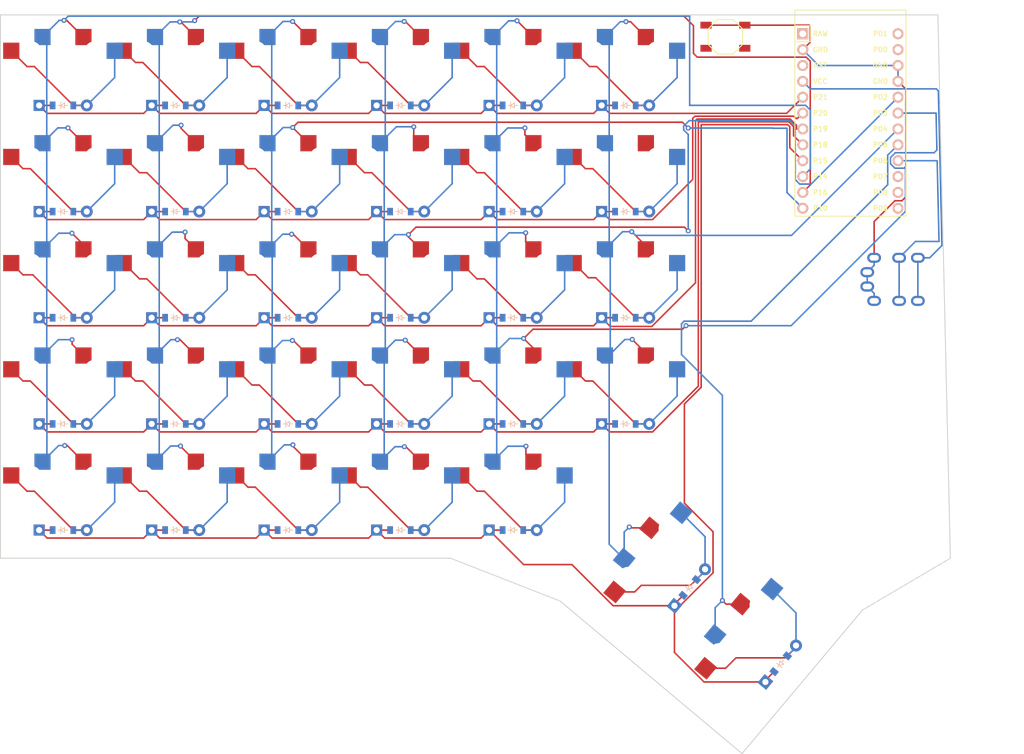
<source format=kicad_pcb>
(kicad_pcb (version 20221018) (generator pcbnew)
  (title_block (title "split_keyboard_I") (rev "v1.0.0") (company "Unknown"))
  (layers (0 "F.Cu" signal) (31 "B.Cu" signal) (34 "B.Paste" user) (35 "F.Paste" user) (36 "B.SilkS" user "B.Silkscreen") (37 "F.SilkS" user "F.Silkscreen") (38 "B.Mask" user) (39 "F.Mask" user) (44 "Edge.Cuts" user))
  (net 0 "")
  (net 1 "P14")
  (net 2 "outer_bottom")
  (net 3 "outer_row3")
  (net 4 "outer_row2")
  (net 5 "outer_row1")
  (net 6 "outer_number")
  (net 7 "P16")
  (net 8 "pinky_bottom")
  (net 9 "pinky_row3")
  (net 10 "pinky_row2")
  (net 11 "pinky_row1")
  (net 12 "pinky_number")
  (net 13 "P10")
  (net 14 "ring_bottom")
  (net 15 "ring_row3")
  (net 16 "ring_row2")
  (net 17 "ring_row1")
  (net 18 "ring_number")
  (net 19 "P2")
  (net 20 "middle_bottom")
  (net 21 "middle_row3")
  (net 22 "middle_row2")
  (net 23 "middle_row1")
  (net 24 "middle_number")
  (net 25 "P3")
  (net 26 "index_bottom")
  (net 27 "index_row3")
  (net 28 "index_row2")
  (net 29 "index_row1")
  (net 30 "index_number")
  (net 31 "P4")
  (net 32 "inner_row3")
  (net 33 "inner_row2")
  (net 34 "inner_row1")
  (net 35 "inner_number")
  (net 36 "space_cluster")
  (net 37 "P5")
  (net 38 "layer_cluster")
  (net 39 "P15")
  (net 40 "P18")
  (net 41 "P19")
  (net 42 "P20")
  (net 43 "P21")
  (net 44 "RAW")
  (net 45 "GND")
  (net 46 "RST")
  (net 47 "VCC")
  (net 48 "P1")
  (net 49 "P0")
  (net 50 "P6")
  (net 51 "P7")
  (net 52 "P8")
  (net 53 "P9")
  (footprint "E73:SW_TACT_ALPS_SKQGABE010" (layer "F.Cu") (at 256 76)
    (fp_text reference "B1" hide)
    (fp_text value "" hide)
  )
  (footprint "PG1350" (layer "F.Cu") (at 186 133)
    (fp_text reference "S12" hide)
    (fp_text value "" hide)
  )
  (footprint "PG1350" (layer "F.Cu") (at 240 116)
    (fp_text reference "S27" hide)
    (fp_text value "" hide)
  )
  (footprint "PG1350" (layer "F.Cu") (at 186 82)
    (fp_text reference "S15" hide)
    (fp_text value "" hide)
  )
  (footprint "ComboDiode" (layer "F.Cu") (at 240 121)
    (fp_text reference "D27" hide)
    (fp_text value "" hide)
  )
  (footprint "ComboDiode" (layer "F.Cu") (at 150 138)
    (fp_text reference "D2" hide)
    (fp_text value "" hide)
  )
  (footprint "ComboDiode" (layer "F.Cu") (at 222 121)
    (fp_text reference "D23" hide)
    (fp_text value "" hide)
  )
  (footprint "ComboDiode" (layer "F.Cu") (at 240 104)
    (fp_text reference "D28" hide)
    (fp_text value "" hide)
  )
  (footprint "ComboDiode" (layer "F.Cu") (at 168 87)
    (fp_text reference "D10" hide)
    (fp_text value "" hide)
  )
  (footprint "PG1350" (layer "F.Cu") (at 204 116)
    (fp_text reference "S18" hide)
    (fp_text value "" hide)
  )
  (footprint "ComboDiode" (layer "F.Cu") (at 204 87)
    (fp_text reference "D20" hide)
    (fp_text value "" hide)
  )
  (footprint "PG1350" (layer "F.Cu") (at 168 150)
    (fp_text reference "S6" hide)
    (fp_text value "" hide)
  )
  (footprint "PG1350" (layer "F.Cu") (at 246.465173 160.97447 50)
    (fp_text reference "S30" hide)
    (fp_text value "" hide)
  )
  (footprint "PG1350" (layer "F.Cu") (at 261.020018 173.187435 50)
    (fp_text reference "S31" hide)
    (fp_text value "" hide)
  )
  (footprint "ComboDiode" (layer "F.Cu") (at 186 87)
    (fp_text reference "D15" hide)
    (fp_text value "" hide)
  )
  (footprint "ComboDiode" (layer "F.Cu") (at 222 104)
    (fp_text reference "D24" hide)
    (fp_text value "" hide)
  )
  (footprint "PG1350" (layer "F.Cu") (at 204 150)
    (fp_text reference "S16" hide)
    (fp_text value "" hide)
  )
  (footprint "ComboDiode" (layer "F.Cu") (at 168 155)
    (fp_text reference "D6" hide)
    (fp_text value "" hide)
  )
  (footprint "PG1350" (layer "F.Cu") (at 168 116)
    (fp_text reference "S8" hide)
    (fp_text value "" hide)
  )
  (footprint "TRRS-PJ-320A-dual" (layer "F.Cu") (at 290 116 -90)
    (fp_text reference "TRRS1")
    (fp_text value "TRRS-PJ-320A-dual")
  )
  (footprint "PG1350" (layer "F.Cu") (at 150 82)
    (fp_text reference "S5" hide)
    (fp_text value "" hide)
  )
  (footprint "PG1350" (layer "F.Cu") (at 204 82)
    (fp_text reference "S20" hide)
    (fp_text value "" hide)
  )
  (footprint "PG1350" (layer "F.Cu") (at 222 82)
    (fp_text reference "S25" hide)
    (fp_text value "" hide)
  )
  (footprint "PG1350" (layer "F.Cu") (at 186 99)
    (fp_text reference "S14" hide)
    (fp_text value "" hide)
  )
  (footprint "PG1350" (layer "F.Cu") (at 222 150)
    (fp_text reference "S21" hide)
    (fp_text value "" hide)
  )
  (footprint "PG1350" (layer "F.Cu") (at 240 82)
    (fp_text reference "S29" hide)
    (fp_text value "" hide)
  )
  (footprint "ComboDiode" (layer "F.Cu") (at 168 138)
    (fp_text reference "D7" hide)
    (fp_text value "" hide)
  )
  (footprint "PG1350" (layer "F.Cu") (at 168 133)
    (fp_text reference "S7" hide)
    (fp_text value "" hide)
  )
  (footprint "ComboDiode" (layer "F.Cu") (at 186 155)
    (fp_text reference "D11" hide)
    (fp_text value "" hide)
  )
  (footprint "ComboDiode" (layer "F.Cu") (at 150 155)
    (fp_text reference "D1" hide)
    (fp_text value "" hide)
  )
  (footprint "PG1350" (layer "F.Cu") (at 150 99)
    (fp_text reference "S4" hide)
    (fp_text value "" hide)
  )
  (footprint "ComboDiode" (layer "F.Cu") (at 222 87)
    (fp_text reference "D25" hide)
    (fp_text value "" hide)
  )
  (footprint "ComboDiode" (layer "F.Cu") (at 250.295395 164.188408 50)
    (fp_text reference "D30" hide)
    (fp_text value "" hide)
  )
  (footprint "PG1350" (layer "F.Cu") (at 240 133)
    (fp_text reference "S26" hide)
    (fp_text value "" hide)
  )
  (footprint "ComboDiode" (layer "F.Cu") (at 168 121)
    (fp_text reference "D8" hide)
    (fp_text value "" hide)
  )
  (footprint "PG1350" (layer "F.Cu") (at 150 116)
    (fp_text reference "S3" hide)
    (fp_text value "" hide)
  )
  (footprint "PG1350" (layer "F.Cu") (at 150 133)
    (fp_text reference "S2" hide)
    (fp_text value "" hide)
  )
  (footprint "PG1350" (layer "F.Cu") (at 222 116)
    (fp_text reference "S23" hide)
    (fp_text value "" hide)
  )
  (footprint "ComboDiode" (layer "F.Cu") (at 150 121)
    (fp_text reference "D3" hide)
    (fp_text value "" hide)
  )
  (footprint "ComboDiode" (layer "F.Cu") (at 264.85024 176.401373 50)
    (fp_text reference "D31" hide)
    (fp_text value "" hide)
  )
  (footprint "ComboDiode" (layer "F.Cu") (at 204 155)
    (fp_text reference "D16" hide)
    (fp_text value "" hide)
  )
  (footprint "ComboDiode" (layer "F.Cu") (at 186 104)
    (fp_text reference "D14" hide)
    (fp_text value "" hide)
  )
  (footprint "PG1350" (layer "F.Cu") (at 150 150)
    (fp_text reference "S1" hide)
    (fp_text value "" hide)
  )
  (footprint "PG1350" (layer "F.Cu") (at 186 116)
    (fp_text reference "S13" hide)
    (fp_text value "" hide)
  )
  (footprint "PG1350" (layer "F.Cu") (at 186 150)
    (fp_text reference "S11" hide)
    (fp_text value "" hide)
  )
  (footprint "PG1350" (layer "F.Cu") (at 168 99)
    (fp_text reference "S9" hide)
    (fp_text value "" hide)
  )
  (footprint "ComboDiode" (layer "F.Cu") (at 240 87)
    (fp_text reference "D29" hide)
    (fp_text value "" hide)
  )
  (footprint "ComboDiode" (layer "F.Cu") (at 150 104)
    (fp_text reference "D4" hide)
    (fp_text value "" hide)
  )
  (footprint "ComboDiode" (layer "F.Cu") (at 150 87)
    (fp_text reference "D5" hide)
    (fp_text value "" hide)
  )
  (footprint "ProMicro" (layer "F.Cu") (at 276 89.5 -90)
    (fp_text reference "MCU1" hide)
    (fp_text value "" hide)
  )
  (footprint "PG1350" (layer "F.Cu") (at 168 82)
    (fp_text reference "S10" hide)
    (fp_text value "" hide)
  )
  (footprint "PG1350" (layer "F.Cu") (at 204 99)
    (fp_text reference "S19" hide)
    (fp_text value "" hide)
  )
  (footprint "PG1350" (layer "F.Cu") (at 222 133)
    (fp_text reference "S22" hide)
    (fp_text value "" hide)
  )
  (footprint "ComboDiode" (layer "F.Cu") (at 168 104)
    (fp_text reference "D9" hide)
    (fp_text value "" hide)
  )
  (footprint "PG1350" (layer "F.Cu") (at 204 133)
    (fp_text reference "S17" hide)
    (fp_text value "" hide)
  )
  (footprint "ComboDiode" (layer "F.Cu") (at 204 104)
    (fp_text reference "D19" hide)
    (fp_text value "" hide)
  )
  (footprint "ComboDiode" (layer "F.Cu") (at 204 138)
    (fp_text reference "D17" hide)
    (fp_text value "" hide)
  )
  (footprint "ComboDiode" (layer "F.Cu") (at 222 155)
    (fp_text reference "D21" hide)
    (fp_text value "" hide)
  )
  (footprint "PG1350" (layer "F.Cu") (at 240 99)
    (fp_text reference "S28" hide)
    (fp_text value "" hide)
  )
  (footprint "ComboDiode" (layer "F.Cu") (at 222 138)
    (fp_text reference "D22" hide)
    (fp_text value "" hide)
  )
  (footprint "PG1350" (layer "F.Cu") (at 222 99)
    (fp_text reference "S24" hide)
    (fp_text value "" hide)
  )
  (footprint "ComboDiode" (layer "F.Cu") (at 186 121)
    (fp_text reference "D13" hide)
    (fp_text value "" hide)
  )
  (footprint "ComboDiode" (layer "F.Cu") (at 240 138)
    (fp_text reference "D26" hide)
    (fp_text value "" hide)
  )
  (footprint "ComboDiode" (layer "F.Cu") (at 186 138)
    (fp_text reference "D12" hide)
    (fp_text value "" hide)
  )
  (footprint "ComboDiode" (layer "F.Cu") (at 204 121)
    (fp_text reference "D18" hide)
    (fp_text value "" hide)
  )
  (gr_line (start 212 159.5) (end 229.545937 166.358654) (stroke (width 0.15)) (layer "Edge.Cuts"))
  (gr_line (start 258.655626 190.784584) (end 277.939254 167.80325) (stroke (width 0.15)) (layer "Edge.Cuts"))
  (gr_line (start 290 72.5) (end 140 72.5) (stroke (width 0.15)) (layer "Edge.Cuts"))
  (gr_line (start 140 159.5) (end 212 159.5) (stroke (width 0.15)) (layer "Edge.Cuts"))
  (gr_line (start 292 159.5) (end 290 72.5) (stroke (width 0.15)) (layer "Edge.Cuts"))
  (gr_line (start 140 72.5) (end 140 159.5) (stroke (width 0.15)) (layer "Edge.Cuts"))
  (gr_line (start 229.545937 166.358654) (end 258.655626 190.784584) (stroke (width 0.15)) (layer "Edge.Cuts"))
  (gr_line (start 277.939254 167.80325) (end 292 159.5) (stroke (width 0.15)) (layer "Edge.Cuts"))
  (segment (start 153.275 109.295) (end 153.275 110.05) (width 0.25) (layer "F.Cu") (net 1))
  (segment (start 151.44 107.46) (end 153.275 109.295) (width 0.25) (layer "F.Cu") (net 1))
  (segment (start 150.605 73.38) (end 153.275 76.05) (width 0.25) (layer "F.Cu") (net 1))
  (segment (start 150.28 141.46) (end 150.685 141.46) (width 0.25) (layer "F.Cu") (net 1))
  (segment (start 151.46 124.51) (end 151.46 125.235) (width 0.25) (layer "F.Cu") (net 1))
  (segment (start 150.685 141.46) (end 153.275 144.05) (width 0.25) (layer "F.Cu") (net 1))
  (segment (start 151.46 125.235) (end 153.275 127.05) (width 0.25) (layer "F.Cu") (net 1))
  (segment (start 150.825 90.6) (end 153.275 93.05) (width 0.25) (layer "F.Cu") (net 1))
  (segment (start 150.8 90.6) (end 150.825 90.6) (width 0.25) (layer "F.Cu") (net 1))
  (segment (start 150.17 73.38) (end 150.605 73.38) (width 0.25) (layer "F.Cu") (net 1))
  (via (at 150.8 90.6) (size 0.8) (drill 0.4) (layers "F.Cu" "B.Cu") (net 1))
  (via (at 150.28 141.46) (size 0.8) (drill 0.4) (layers "F.Cu" "B.Cu") (net 1))
  (via (at 151.44 107.46) (size 0.8) (drill 0.4) (layers "F.Cu" "B.Cu") (net 1))
  (via (at 150.17 73.38) (size 0.8) (drill 0.4) (layers "F.Cu" "B.Cu") (net 1))
  (via (at 151.46 124.51) (size 0.8) (drill 0.4) (layers "F.Cu" "B.Cu") (net 1))
  (segment (start 147.404 92.371) (end 146.725 93.05) (width 0.25) (layer "B.Cu") (net 1))
  (segment (start 146.725 110.05) (end 147.404 110.729) (width 0.25) (layer "B.Cu") (net 1))
  (segment (start 150.85 72.7) (end 150.17 73.38) (width 0.25) (layer "B.Cu") (net 1))
  (segment (start 146.725 76.05) (end 149.395 73.38) (width 0.25) (layer "B.Cu") (net 1))
  (segment (start 146.725 144.05) (end 149.315 141.46) (width 0.25) (layer "B.Cu") (net 1))
  (segment (start 146.725 76.05) (end 147.404 76.729) (width 0.25) (layer "B.Cu") (net 1))
  (segment (start 147.404 109.371) (end 146.725 110.05) (width 0.25) (layer "B.Cu") (net 1))
  (segment (start 250.28 86.99) (end 268.838895 86.99) (width 0.25) (layer "B.Cu") (net 1))
  (segment (start 146.725 110.05) (end 149.315 107.46) (width 0.25) (layer "B.Cu") (net 1))
  (segment (start 250.28 86.99) (end 250.28 72.7) (width 0.25) (layer "B.Cu") (net 1))
  (segment (start 149.315 107.46) (end 151.44 107.46) (width 0.25) (layer "B.Cu") (net 1))
  (segment (start 250.28 72.7) (end 150.85 72.7) (width 0.25) (layer "B.Cu") (net 1))
  (segment (start 147.404 126.371) (end 146.725 127.05) (width 0.25) (layer "B.Cu") (net 1))
  (segment (start 268.838895 86.99) (end 269.6 87.751105) (width 0.25) (layer "B.Cu") (net 1))
  (segment (start 269.6 97.17) (end 268.38 98.39) (width 0.25) (layer "B.Cu") (net 1))
  (segment (start 146.725 93.05) (end 149.175 90.6) (width 0.25) (layer "B.Cu") (net 1))
  (segment (start 147.43 127.755) (end 147.43 143.345) (width 0.25) (layer "B.Cu") (net 1))
  (segment (start 147.404 110.729) (end 147.404 126.371) (width 0.25) (layer "B.Cu") (net 1))
  (segment (start 146.725 127.05) (end 147.43 127.755) (width 0.25) (layer "B.Cu") (net 1))
  (segment (start 147.404 76.729) (end 147.404 92.371) (width 0.25) (layer "B.Cu") (net 1))
  (segment (start 149.265 124.51) (end 151.46 124.51) (width 0.25) (layer "B.Cu") (net 1))
  (segment (start 149.315 141.46) (end 150.28 141.46) (width 0.25) (layer "B.Cu") (net 1))
  (segment (start 146.725 127.05) (end 149.265 124.51) (width 0.25) (layer "B.Cu") (net 1))
  (segment (start 149.395 73.38) (end 150.17 73.38) (width 0.25) (layer "B.Cu") (net 1))
  (segment (start 269.6 87.751105) (end 269.6 97.17) (width 0.25) (layer "B.Cu") (net 1))
  (segment (start 147.43 143.345) (end 146.725 144.05) (width 0.25) (layer "B.Cu") (net 1))
  (segment (start 147.404 93.729) (end 147.404 109.371) (width 0.25) (layer "B.Cu") (net 1))
  (segment (start 149.175 90.6) (end 150.8 90.6) (width 0.25) (layer "B.Cu") (net 1))
  (segment (start 146.725 93.05) (end 147.404 93.729) (width 0.25) (layer "B.Cu") (net 1))
  (segment (start 141.725 146.25) (end 144.2491 148.7741) (width 0.25) (layer "F.Cu") (net 2))
  (segment (start 151.65 155) (end 153.81 155) (width 0.25) (layer "F.Cu") (net 2))
  (segment (start 144.2491 148.7741) (end 145.4241 148.7741) (width 0.25) (layer "F.Cu") (net 2))
  (segment (start 145.4241 148.7741) (end 151.65 155) (width 0.25) (layer "F.Cu") (net 2))
  (segment (start 158.275 146.25) (end 158.275 150.535) (width 0.25) (layer "B.Cu") (net 2))
  (segment (start 153.81 155) (end 151.65 155) (width 0.25) (layer "B.Cu") (net 2))
  (segment (start 158.275 150.535) (end 153.81 155) (width 0.25) (layer "B.Cu") (net 2))
  (segment (start 153.81 138) (end 151.65 138) (width 0.25) (layer "F.Cu") (net 3))
  (segment (start 143.6 131.125) (end 144.775 131.125) (width 0.25) (layer "F.Cu") (net 3))
  (segment (start 141.725 129.25) (end 143.6 131.125) (width 0.25) (layer "F.Cu") (net 3))
  (segment (start 144.775 131.125) (end 151.65 138) (width 0.25) (layer "F.Cu") (net 3))
  (segment (start 153.81 138) (end 151.65 138) (width 0.25) (layer "B.Cu") (net 3))
  (segment (start 158.275 133.535) (end 153.81 138) (width 0.25) (layer "B.Cu") (net 3))
  (segment (start 158.275 129.25) (end 158.275 133.535) (width 0.25) (layer "B.Cu") (net 3))
  (segment (start 143.6 114.125) (end 145.170001 114.125) (width 0.25) (layer "F.Cu") (net 4))
  (segment (start 151.65 120.604999) (end 151.65 121) (width 0.25) (layer "F.Cu") (net 4))
  (segment (start 151.65 121) (end 153.81 121) (width 0.25) (layer "F.Cu") (net 4))
  (segment (start 141.725 112.25) (end 143.6 114.125) (width 0.25) (layer "F.Cu") (net 4))
  (segment (start 145.170001 114.125) (end 151.65 120.604999) (width 0.25) (layer "F.Cu") (net 4))
  (segment (start 158.275 116.535) (end 153.81 121) (width 0.25) (layer "B.Cu") (net 4))
  (segment (start 153.81 121) (end 151.65 121) (width 0.25) (layer "B.Cu") (net 4))
  (segment (start 158.275 112.25) (end 158.275 116.535) (width 0.25) (layer "B.Cu") (net 4))
  (segment (start 151.65 104) (end 153.81 104) (width 0.25) (layer "F.Cu") (net 5))
  (segment (start 141.725 95.25) (end 143.6 97.125) (width 0.25) (layer "F.Cu") (net 5))
  (segment (start 144.775 97.125) (end 151.65 104) (width 0.25) (layer "F.Cu") (net 5))
  (segment (start 143.6 97.125) (end 144.775 97.125) (width 0.25) (layer "F.Cu") (net 5))
  (segment (start 153.81 104) (end 151.65 104) (width 0.25) (layer "B.Cu") (net 5))
  (segment (start 158.275 99.535) (end 153.81 104) (width 0.25) (layer "B.Cu") (net 5))
  (segment (start 158.275 95.25) (end 158.275 99.535) (width 0.25) (layer "B.Cu") (net 5))
  (segment (start 145.4241 80.7741) (end 151.65 87) (width 0.25) (layer "F.Cu") (net 6))
  (segment (start 144.2491 80.7741) (end 145.4241 80.7741) (width 0.25) (layer "F.Cu") (net 6))
  (segment (start 141.725 78.25) (end 144.2491 80.7741) (width 0.25) (layer "F.Cu") (net 6))
  (segment (start 151.65 87) (end 153.81 87) (width 0.25) (layer "F.Cu") (net 6))
  (segment (start 158.275 78.25) (end 158.275 82.535) (width 0.25) (layer "B.Cu") (net 6))
  (segment (start 158.275 82.535) (end 153.81 87) (width 0.25) (layer "B.Cu") (net 6))
  (segment (start 153.81 87) (end 151.65 87) (width 0.25) (layer "B.Cu") (net 6))
  (segment (start 168.9 90.675) (end 171.275 93.05) (width 0.25) (layer "F.Cu") (net 7))
  (segment (start 168.735 124.51) (end 171.275 127.05) (width 0.25) (layer "F.Cu") (net 7))
  (segment (start 251.4913 79.2713) (end 268.9313 79.2713) (width 0.25) (layer "F.Cu") (net 7))
  (segment (start 268.9313 79.2713) (end 269.5813 79.9213) (width 0.25) (layer "F.Cu") (net 7))
  (segment (start 169.54 107.29) (end 169.54 108.315) (width 0.25) (layer "F.Cu") (net 7))
  (segment (start 169.54 108.315) (end 171.275 110.05) (width 0.25) (layer "F.Cu") (net 7))
  (segment (start 250.89 74.24) (end 250.89 78.67) (width 0.25) (layer "F.Cu") (net 7))
  (segment (start 168.81 141.585) (end 171.275 144.05) (width 0.25) (layer "F.Cu") (net 7))
  (segment (start 269.5813 99.7287) (end 268.38 100.93) (width 0.25) (layer "F.Cu") (net 7))
  (segment (start 250.89 78.67) (end 251.4913 79.2713) (width 0.25) (layer "F.Cu") (net 7))
  (segment (start 168.69 73.63) (end 168.855 73.63) (width 0.25) (layer "F.Cu") (net 7))
  (segment (start 168.32 124.51) (end 168.735 124.51) (width 0.25) (layer "F.Cu") (net 7))
  (segment (start 168.855 73.63) (end 171.275 76.05) (width 0.25) (layer "F.Cu") (net 7))
  (segment (start 269.5813 79.9213) (end 269.5813 99.7287) (width 0.25) (layer "F.Cu") (net 7))
  (segment (start 171.7945 72.7) (end 249.35 72.7) (width 0.25) (layer "F.Cu") (net 7))
  (segment (start 168.81 141.54) (end 168.81 141.585) (width 0.25) (layer "F.Cu") (net 7))
  (segment (start 168.9 90.17) (end 168.9 90.675) (width 0.25) (layer "F.Cu") (net 7))
  (segment (start 249.35 72.7) (end 250.89 74.24) (width 0.25) (layer "F.Cu") (net 7))
  (segment (start 171.07 73.4245) (end 171.7945 72.7) (width 0.25) (layer "F.Cu") (net 7))
  (via (at 169.54 107.29) (size 0.8) (drill 0.4) (layers "F.Cu" "B.Cu") (net 7))
  (via (at 168.9 90.17) (size 0.8) (drill 0.4) (layers "F.Cu" "B.Cu") (net 7))
  (via (at 168.32 124.51) (size 0.8) (drill 0.4) (layers "F.Cu" "B.Cu") (net 7))
  (via (at 171.07 73.4245) (size 0.8) (drill 0.4) (layers "F.Cu" "B.Cu") (net 7))
  (via (at 168.69 73.63) (size 0.8) (drill 0.4) (layers "F.Cu" "B.Cu") (net 7))
  (via (at 168.81 141.54) (size 0.8) (drill 0.4) (layers "F.Cu" "B.Cu") (net 7))
  (segment (start 164.725 110.05) (end 167.485 107.29) (width 0.25) (layer "B.Cu") (net 7))
  (segment (start 164.725 76.05) (end 167.145 73.63) (width 0.25) (layer "B.Cu") (net 7))
  (segment (start 167.605 90.17) (end 168.9 90.17) (width 0.25) (layer "B.Cu") (net 7))
  (segment (start 164.725 127.05) (end 165.404 127.729) (width 0.25) (layer "B.Cu") (net 7))
  (segment (start 165.404 109.371) (end 164.725 110.05) (width 0.25) (layer "B.Cu") (net 7))
  (segment (start 164.725 110.05) (end 165.404 110.729) (width 0.25) (layer "B.Cu") (net 7))
  (segment (start 164.725 76.05) (end 165.404 76.729) (width 0.25) (layer "B.Cu") (net 7))
  (segment (start 167.265 124.51) (end 168.32 124.51) (width 0.25) (layer "B.Cu") (net 7))
  (segment (start 167.145 73.63) (end 168.69 73.63) (width 0.25) (layer "B.Cu") (net 7))
  (segment (start 165.404 76.729) (end 165.404 92.371) (width 0.25) (layer "B.Cu") (net 7))
  (segment (start 164.725 144.05) (end 167.235 141.54) (width 0.25) (layer "B.Cu") (net 7))
  (segment (start 164.725 127.05) (end 167.265 124.51) (width 0.25) (layer "B.Cu") (net 7))
  (segment (start 164.725 93.05) (end 165.404 93.729) (width 0.25) (layer "B.Cu") (net 7))
  (segment (start 168.69 73.63) (end 170.8645 73.63) (width 0.25) (layer "B.Cu") (net 7))
  (segment (start 167.235 141.54) (end 168.81 141.54) (width 0.25) (layer "B.Cu") (net 7))
  (segment (start 165.404 110.729) (end 165.404 126.371) (width 0.25) (layer "B.Cu") (net 7))
  (segment (start 165.404 127.729) (end 165.404 143.371) (width 0.25) (layer "B.Cu") (net 7))
  (segment (start 170.8645 73.63) (end 171.07 73.4245) (width 0.25) (layer "B.Cu") (net 7))
  (segment (start 167.485 107.29) (end 169.54 107.29) (width 0.25) (layer "B.Cu") (net 7))
  (segment (start 165.404 93.729) (end 165.404 109.371) (width 0.25) (layer "B.Cu") (net 7))
  (segment (start 164.725 93.05) (end 167.605 90.17) (width 0.25) (layer "B.Cu") (net 7))
  (segment (start 165.404 92.371) (end 164.725 93.05) (width 0.25) (layer "B.Cu") (net 7))
  (segment (start 165.404 126.371) (end 164.725 127.05) (width 0.25) (layer "B.Cu") (net 7))
  (segment (start 165.404 143.371) (end 164.725 144.05) (width 0.25) (layer "B.Cu") (net 7))
  (segment (start 159.725 146.25) (end 162.2491 148.7741) (width 0.25) (layer "F.Cu") (net 8))
  (segment (start 162.2491 148.7741) (end 163.4241 148.7741) (width 0.25) (layer "F.Cu") (net 8))
  (segment (start 169.65 155) (end 171.81 155) (width 0.25) (layer "F.Cu") (net 8))
  (segment (start 163.4241 148.7741) (end 169.65 155) (width 0.25) (layer "F.Cu") (net 8))
  (segment (start 176.275 150.535) (end 171.81 155) (width 0.25) (layer "B.Cu") (net 8))
  (segment (start 176.275 146.25) (end 176.275 150.535) (width 0.25) (layer "B.Cu") (net 8))
  (segment (start 171.81 155) (end 169.65 155) (width 0.25) (layer "B.Cu") (net 8))
  (segment (start 169.65 138) (end 171.81 138) (width 0.25) (layer "F.Cu") (net 9))
  (segment (start 161.6 131.125) (end 162.775 131.125) (width 0.25) (layer "F.Cu") (net 9))
  (segment (start 162.775 131.125) (end 169.65 138) (width 0.25) (layer "F.Cu") (net 9))
  (segment (start 159.725 129.25) (end 161.6 131.125) (width 0.25) (layer "F.Cu") (net 9))
  (segment (start 170.06 138) (end 169.65 138) (width 0.25) (layer "B.Cu") (net 9))
  (segment (start 176.275 129.25) (end 176.275 133.535) (width 0.25) (layer "B.Cu") (net 9))
  (segment (start 176.275 133.535) (end 171.81 138) (width 0.25) (layer "B.Cu") (net 9))
  (segment (start 170.2 138) (end 170.13 138.07) (width 0.25) (layer "B.Cu") (net 9))
  (segment (start 170.13 138.07) (end 170.06 138) (width 0.25) (layer "B.Cu") (net 9))
  (segment (start 171.81 138) (end 170.2 138) (width 0.25) (layer "B.Cu") (net 9))
  (segment (start 159.725 112.25) (end 162.2491 114.7741) (width 0.25) (layer "F.Cu") (net 10))
  (segment (start 163.4241 114.7741) (end 169.65 121) (width 0.25) (layer "F.Cu") (net 10))
  (segment (start 169.65 121) (end 171.81 121) (width 0.25) (layer "F.Cu") (net 10))
  (segment (start 162.2491 114.7741) (end 163.4241 114.7741) (width 0.25) (layer "F.Cu") (net 10))
  (segment (start 176.275 112.25) (end 176.275 116.535) (width 0.25) (layer "B.Cu") (net 10))
  (segment (start 176.275 116.535) (end 171.81 121) (width 0.25) (layer "B.Cu") (net 10))
  (segment (start 171.81 121) (end 169.65 121) (width 0.25) (layer "B.Cu") (net 10))
  (segment (start 159.725 95.25) (end 162.2491 97.7741) (width 0.25) (layer "F.Cu") (net 11))
  (segment (start 162.2491 97.7741) (end 163.4241 97.7741) (width 0.25) (layer "F.Cu") (net 11))
  (segment (start 171.81 104) (end 169.65 104) (width 0.25) (layer "F.Cu") (net 11))
  (segment (start 163.4241 97.7741) (end 169.65 104) (width 0.25) (layer "F.Cu") (net 11))
  (segment (start 176.275 95.25) (end 176.275 99.535) (width 0.25) (layer "B.Cu") (net 11))
  (segment (start 176.275 99.535) (end 171.81 104) (width 0.25) (layer "B.Cu") (net 11))
  (segment (start 171.81 104) (end 169.65 104) (width 0.25) (layer "B.Cu") (net 11))
  (segment (start 159.725 78.25) (end 161.6 80.125) (width 0.25) (layer "F.Cu") (net 12))
  (segment (start 161.6 80.125) (end 162.775 80.125) (width 0.25) (layer "F.Cu") (net 12))
  (segment (start 171.81 87) (end 169.65 87) (width 0.25) (layer "F.Cu") (net 12))
  (segment (start 162.775 80.125) (end 169.65 87) (width 0.25) (layer "F.Cu") (net 12))
  (segment (start 176.275 82.535) (end 171.81 87) (width 0.25) (layer "B.Cu") (net 12))
  (segment (start 176.275 78.25) (end 176.275 82.535) (width 0.25) (layer "B.Cu") (net 12))
  (segment (start 171.81 87) (end 169.65 87) (width 0.25) (layer "B.Cu") (net 12))
  (segment (start 186.785 73.56) (end 189.275 76.05) (width 0.25) (layer "F.Cu") (net 13))
  (segment (start 186.76 90.54) (end 186.765 90.54) (width 0.25) (layer "F.Cu") (net 13))
  (segment (start 186.75 73.56) (end 186.785 73.56) (width 0.25) (layer "F.Cu") (net 13))
  (segment (start 249.1205 89.695) (end 250.0455 90.62) (width 0.25) (layer "F.Cu") (net 13))
  (segment (start 186.79 141.35) (end 186.79 141.565) (width 0.25) (layer "F.Cu") (net 13))
  (segment (start 186.765 90.54) (end 189.275 93.05) (width 0.25) (layer "F.Cu") (net 13))
  (segment (start 186.79 141.565) (end 189.275 144.05) (width 0.25) (layer "F.Cu") (net 13))
  (segment (start 186.845 107.62) (end 189.275 110.05) (width 0.25) (layer "F.Cu") (net 13))
  (segment (start 186.71 124.64) (end 186.865 124.64) (width 0.25) (layer "F.Cu") (net 13))
  (segment (start 187.605 89.695) (end 249.1205 89.695) (width 0.25) (layer "F.Cu") (net 13))
  (segment (start 186.76 90.54) (end 187.605 89.695) (width 0.25) (layer "F.Cu") (net 13))
  (segment (start 186.865 124.64) (end 189.275 127.05) (width 0.25) (layer "F.Cu") (net 13))
  (segment (start 186.59 107.62) (end 186.845 107.62) (width 0.25) (layer "F.Cu") (net 13))
  (via (at 186.71 124.64) (size 0.8) (drill 0.4) (layers "F.Cu" "B.Cu") (net 13))
  (via (at 186.76 90.54) (size 0.8) (drill 0.4) (layers "F.Cu" "B.Cu") (net 13))
  (via (at 250.0455 90.62) (size 0.8) (drill 0.4) (layers "F.Cu" "B.Cu") (net 13))
  (via (at 186.59 107.62) (size 0.8) (drill 0.4) (layers "F.Cu" "B.Cu") (net 13))
  (via (at 186.75 73.56) (size 0.8) (drill 0.4) (layers "F.Cu" "B.Cu") (net 13))
  (via (at 186.79 141.35) (size 0.8) (drill 0.4) (layers "F.Cu" "B.Cu") (net 13))
  (segment (start 183.404 92.371) (end 182.725 93.05) (width 0.25) (layer "B.Cu") (net 13))
  (segment (start 182.725 144.05) (end 185.425 141.35) (width 0.25) (layer "B.Cu") (net 13))
  (segment (start 185.215 73.56) (end 186.75 73.56) (width 0.25) (layer "B.Cu") (net 13))
  (segment (start 182.725 127.05) (end 183.404 127.729) (width 0.25) (layer "B.Cu") (net 13))
  (segment (start 183.48 126.295) (end 182.725 127.05) (width 0.25) (layer "B.Cu") (net 13))
  (segment (start 182.725 76.05) (end 183.404 76.729) (width 0.25) (layer "B.Cu") (net 13))
  (segment (start 263.6 90.66) (end 265.86 90.66) (width 0.25) (layer "B.Cu") (net 13))
  (segment (start 183.404 127.729) (end 183.404 143.371) (width 0.25) (layer "B.Cu") (net 13))
  (segment (start 183.404 109.371) (end 182.725 110.05) (width 0.25) (layer "B.Cu") (net 13))
  (segment (start 263.56 90.62) (end 263.6 90.66) (width 0.25) (layer "B.Cu") (net 13))
  (segment (start 183.48 110.805) (end 183.48 126.295) (width 0.25) (layer "B.Cu") (net 13))
  (segment (start 265.86 90.66) (end 265.86 100.95) (width 0.25) (layer "B.Cu") (net 13))
  (segment (start 182.725 110.05) (end 185.155 107.62) (width 0.25) (layer "B.Cu") (net 13))
  (segment (start 182.725 93.05) (end 185.235 90.54) (width 0.25) (layer "B.Cu") (net 13))
  (segment (start 182.725 93.05) (end 183.404 93.729) (width 0.25) (layer "B.Cu") (net 13))
  (segment (start 250.0455 90.62) (end 263.56 90.62) (width 0.25) (layer "B.Cu") (net 13))
  (segment (start 183.404 93.729) (end 183.404 109.371) (width 0.25) (layer "B.Cu") (net 13))
  (segment (start 185.425 141.35) (end 186.79 141.35) (width 0.25) (layer "B.Cu") (net 13))
  (segment (start 265.86 100.95) (end 268.38 103.47) (width 0.25) (layer "B.Cu") (net 13))
  (segment (start 183.404 143.371) (end 182.725 144.05) (width 0.25) (layer "B.Cu") (net 13))
  (segment (start 185.135 124.64) (end 186.71 124.64) (width 0.25) (layer "B.Cu") (net 13))
  (segment (start 183.404 76.729) (end 183.404 92.371) (width 0.25) (layer "B.Cu") (net 13))
  (segment (start 185.155 107.62) (end 186.59 107.62) (width 0.25) (layer "B.Cu") (net 13))
  (segment (start 185.235 90.54) (end 186.76 90.54) (width 0.25) (layer "B.Cu") (net 13))
  (segment (start 182.725 127.05) (end 185.135 124.64) (width 0.25) (layer "B.Cu") (net 13))
  (segment (start 182.725 76.05) (end 185.215 73.56) (width 0.25) (layer "B.Cu") (net 13))
  (segment (start 182.725 110.05) (end 183.48 110.805) (width 0.25) (layer "B.Cu") (net 13))
  (segment (start 180.775 148.125) (end 187.65 155) (width 0.25) (layer "F.Cu") (net 14))
  (segment (start 179.6 148.125) (end 180.775 148.125) (width 0.25) (layer "F.Cu") (net 14))
  (segment (start 187.65 155) (end 189.81 155) (width 0.25) (layer "F.Cu") (net 14))
  (segment (start 177.725 146.25) (end 179.6 148.125) (width 0.25) (layer "F.Cu") (net 14))
  (segment (start 194.275 150.535) (end 189.81 155) (width 0.25) (layer "B.Cu") (net 14))
  (segment (start 189.81 155) (end 187.65 155) (width 0.25) (layer "B.Cu") (net 14))
  (segment (start 194.275 146.25) (end 194.275 150.535) (width 0.25) (layer "B.Cu") (net 14))
  (segment (start 187.65 138) (end 189.81 138) (width 0.25) (layer "F.Cu") (net 15))
  (segment (start 180.2491 131.7741) (end 181.4241 131.7741) (width 0.25) (layer "F.Cu") (net 15))
  (segment (start 177.725 129.25) (end 180.2491 131.7741) (width 0.25) (layer "F.Cu") (net 15))
  (segment (start 181.4241 131.7741) (end 187.65 138) (width 0.25) (layer "F.Cu") (net 15))
  (segment (start 194.275 133.535) (end 189.81 138) (width 0.25) (layer "B.Cu") (net 15))
  (segment (start 189.81 138) (end 187.65 138) (width 0.25) (layer "B.Cu") (net 15))
  (segment (start 194.275 129.25) (end 194.275 133.535) (width 0.25) (layer "B.Cu") (net 15))
  (segment (start 187.65 121) (end 189.81 121) (width 0.25) (layer "F.Cu") (net 16))
  (segment (start 179.6 114.125) (end 180.775 114.125) (width 0.25) (layer "F.Cu") (net 16))
  (segment (start 177.725 112.25) (end 179.6 114.125) (width 0.25) (layer "F.Cu") (net 16))
  (segment (start 180.775 114.125) (end 187.65 121) (width 0.25) (layer "F.Cu") (net 16))
  (segment (start 189.81 121) (end 187.65 121) (width 0.25) (layer "B.Cu") (net 16))
  (segment (start 194.275 116.535) (end 189.81 121) (width 0.25) (layer "B.Cu") (net 16))
  (segment (start 194.275 112.25) (end 194.275 116.535) (width 0.25) (layer "B.Cu") (net 16))
  (segment (start 177.725 95.25) (end 179.6 97.125) (width 0.25) (layer "F.Cu") (net 17))
  (segment (start 179.6 97.125) (end 180.775 97.125) (width 0.25) (layer "F.Cu") (net 17))
  (segment (start 180.775 97.125) (end 187.65 104) (width 0.25) (layer "F.Cu") (net 17))
  (segment (start 189.81 104) (end 187.65 104) (width 0.25) (layer "F.Cu") (net 17))
  (segment (start 189.81 104) (end 187.65 104) (width 0.25) (layer "B.Cu") (net 17))
  (segment (start 194.275 99.535) (end 189.81 104) (width 0.25) (layer "B.Cu") (net 17))
  (segment (start 194.275 95.25) (end 194.275 99.535) (width 0.25) (layer "B.Cu") (net 17))
  (segment (start 180.2491 80.7741) (end 181.4241 80.7741) (width 0.25) (layer "F.Cu") (net 18))
  (segment (start 181.4241 80.7741) (end 187.65 87) (width 0.25) (layer "F.Cu") (net 18))
  (segment (start 187.65 87) (end 189.81 87) (width 0.25) (layer "F.Cu") (net 18))
  (segment (start 177.725 78.25) (end 180.2491 80.7741) (width 0.25) (layer "F.Cu") (net 18))
  (segment (start 189.81 87) (end 187.65 87) (width 0.25) (layer "B.Cu") (net 18))
  (segment (start 194.275 78.25) (end 194.275 82.535) (width 0.25) (layer "B.Cu") (net 18))
  (segment (start 194.275 82.535) (end 189.81 87) (width 0.25) (layer "B.Cu") (net 18))
  (segment (start 204.6 73.56) (end 204.785 73.56) (width 0.25) (layer "F.Cu") (net 19))
  (segment (start 206.13 91.905) (end 207.275 93.05) (width 0.25) (layer "F.Cu") (net 19))
  (segment (start 204.815 124.59) (end 207.275 127.05) (width 0.25) (layer "F.Cu") (net 19))
  (segment (start 206.485 106.495) (end 249.455 106.495) (width 0.25) (layer "F.Cu") (net 19))
  (segment (start 206.13 90.42) (end 206.13 91.905) (width 0.25) (layer "F.Cu") (net 19))
  (segment (start 205.29 107.69) (end 206.485 106.495) (width 0.25) (layer "F.Cu") (net 19))
  (segment (start 249.455 106.495) (end 250.05 107.09) (width 0.25) (layer "F.Cu") (net 19))
  (segment (start 204.63 141.65) (end 204.875 141.65) (width 0.25) (layer "F.Cu") (net 19))
  (segment (start 204.77 124.59) (end 204.815 124.59) (width 0.25) (layer "F.Cu") (net 19))
  (segment (start 204.875 141.65) (end 207.275 144.05) (width 0.25) (layer "F.Cu") (net 19))
  (segment (start 205.29 107.69) (end 205.29 108.065) (width 0.25) (layer "F.Cu") (net 19))
  (segment (start 205.29 108.065) (end 207.275 110.05) (width 0.25) (layer "F.Cu") (net 19))
  (segment (start 204.785 73.56) (end 207.275 76.05) (width 0.25) (layer "F.Cu") (net 19))
  (via (at 204.77 124.59) (size 0.8) (drill 0.4) (layers "F.Cu" "B.Cu") (net 19))
  (via (at 206.13 90.42) (size 0.8) (drill 0.4) (layers "F.Cu" "B.Cu") (net 19))
  (via (at 250.05 107.09) (size 0.8) (drill 0.4) (layers "F.Cu" "B.Cu") (net 19))
  (via (at 204.63 141.65) (size 0.8) (drill 0.4) (layers "F.Cu" "B.Cu") (net 19))
  (via (at 204.6 73.56) (size 0.8) (drill 0.4) (layers "F.Cu" "B.Cu") (net 19))
  (via (at 205.29 107.69) (size 0.8) (drill 0.4) (layers "F.Cu" "B.Cu") (net 19))
  (segment (start 203.355 90.42) (end 206.13 90.42) (width 0.25) (layer "B.Cu") (net 19))
  (segment (start 249.3205 90.920305) (end 249.3205 90.319695) (width 0.25) (layer "B.Cu") (net 19))
  (segment (start 250.05 107.09) (end 250.05 91.649805) (width 0.25) (layer "B.Cu") (net 19))
  (segment (start 267.1787 98.887595) (end 267.882405 99.5913) (width 0.25) (layer "B.Cu") (net 19))
  (segment (start 200.725 110.05) (end 203.085 107.69) (width 0.25) (layer "B.Cu") (net 19))
  (segment (start 267.1787 90.272405) (end 267.1787 98.887595) (width 0.25) (layer "B.Cu") (net 19))
  (segment (start 201.575 126.2) (end 201.575 110.9) (width 0.25) (layer "B.Cu") (net 19))
  (segment (start 249.3205 90.319695) (end 250.208895 89.4313) (width 0.25) (layer "B.Cu") (net 19))
  (segment (start 201.575 76.9) (end 200.725 76.05) (width 0.25) (layer "B.Cu") (net 19))
  (segment (start 200.725 93.05) (end 201.575 92.2) (width 0.25) (layer "B.Cu") (net 19))
  (segment (start 250.208895 89.4313) (end 266.337595 89.4313) (width 0.25) (layer "B.Cu") (net 19))
  (segment (start 201.404 143.371) (end 200.725 144.05) (width 0.25) (layer "B.Cu") (net 19))
  (segment (start 201.404 93.729) (end 200.725 93.05) (width 0.25) (layer "B.Cu") (net 19))
  (segment (start 200.725 127.05) (end 201.575 126.2) (width 0.25) (layer "B.Cu") (net 19))
  (segment (start 203.085 107.69) (end 205.29 107.69) (width 0.25) (layer "B.Cu") (net 19))
  (segment (start 203.125 141.65) (end 204.63 141.65) (width 0.25) (layer "B.Cu") (net 19))
  (segment (start 201.575 92.2) (end 201.575 76.9) (width 0.25) (layer "B.Cu") (net 19))
  (segment (start 200.725 76.05) (end 203.215 73.56) (width 0.25) (layer "B.Cu") (net 19))
  (segment (start 200.725 144.05) (end 203.125 141.65) (width 0.25) (layer "B.Cu") (net 19))
  (segment (start 269.7187 99.5913) (end 283.62 85.69) (width 0.25) (layer "B.Cu") (net 19))
  (segment (start 203.215 73.56) (end 204.6 73.56) (width 0.25) (layer "B.Cu") (net 19))
  (segment (start 201.404 109.371) (end 201.404 93.729) (width 0.25) (layer "B.Cu") (net 19))
  (segment (start 201.404 127.729) (end 201.404 143.371) (width 0.25) (layer "B.Cu") (net 19))
  (segment (start 200.725 127.05) (end 201.404 127.729) (width 0.25) (layer "B.Cu") (net 19))
  (segment (start 203.185 124.59) (end 204.77 124.59) (width 0.25) (layer "B.Cu") (net 19))
  (segment (start 200.725 127.05) (end 203.185 124.59) (width 0.25) (layer "B.Cu") (net 19))
  (segment (start 200.725 93.05) (end 203.355 90.42) (width 0.25) (layer "B.Cu") (net 19))
  (segment (start 250.05 91.649805) (end 249.3205 90.920305) (width 0.25) (layer "B.Cu") (net 19))
  (segment (start 266.337595 89.4313) (end 267.1787 90.272405) (width 0.25) (layer "B.Cu") (net 19))
  (segment (start 200.725 110.05) (end 201.404 109.371) (width 0.25) (layer "B.Cu") (net 19))
  (segment (start 267.882405 99.5913) (end 269.7187 99.5913) (width 0.25) (layer "B.Cu") (net 19))
  (segment (start 201.575 110.9) (end 200.725 110.05) (width 0.25) (layer "B.Cu") (net 19))
  (segment (start 197.6 148.125) (end 198.775 148.125) (width 0.25) (layer "F.Cu") (net 20))
  (segment (start 195.725 146.25) (end 197.6 148.125) (width 0.25) (layer "F.Cu") (net 20))
  (segment (start 207.81 155) (end 205.65 155) (width 0.25) (layer "F.Cu") (net 20))
  (segment (start 198.775 148.125) (end 205.65 155) (width 0.25) (layer "F.Cu") (net 20))
  (segment (start 212.275 150.535) (end 207.81 155) (width 0.25) (layer "B.Cu") (net 20))
  (segment (start 212.275 146.25) (end 212.275 150.535) (width 0.25) (layer "B.Cu") (net 20))
  (segment (start 207.81 155) (end 205.65 155) (width 0.25) (layer "B.Cu") (net 20))
  (segment (start 198.2491 131.7741) (end 199.4241 131.7741) (width 0.25) (layer "F.Cu") (net 21))
  (segment (start 195.725 129.25) (end 198.2491 131.7741) (width 0.25) (layer "F.Cu") (net 21))
  (segment (start 199.4241 131.7741) (end 205.65 138) (width 0.25) (layer "F.Cu") (net 21))
  (segment (start 207.81 138) (end 205.65 138) (width 0.25) (layer "F.Cu") (net 21))
  (segment (start 212.275 133.535) (end 207.81 138) (width 0.25) (layer "B.Cu") (net 21))
  (segment (start 207.81 138) (end 205.65 138) (width 0.25) (layer "B.Cu") (net 21))
  (segment (start 212.275 129.25) (end 212.275 133.535) (width 0.25) (layer "B.Cu") (net 21))
  (segment (start 197.6 114.125) (end 198.775 114.125) (width 0.25) (layer "F.Cu") (net 22))
  (segment (start 207.81 121) (end 205.65 121) (width 0.25) (layer "F.Cu") (net 22))
  (segment (start 195.725 112.25) (end 197.6 114.125) (width 0.25) (layer "F.Cu") (net 22))
  (segment (start 198.775 114.125) (end 205.65 121) (width 0.25) (layer "F.Cu") (net 22))
  (segment (start 206.15 121) (end 206.13 121.02) (width 0.25) (layer "B.Cu") (net 22))
  (segment (start 212.275 112.25) (end 212.275 116.535) (width 0.25) (layer "B.Cu") (net 22))
  (segment (start 212.275 116.535) (end 207.81 121) (width 0.25) (layer "B.Cu") (net 22))
  (segment (start 206.13 121.02) (end 206.11 121) (width 0.25) (layer "B.Cu") (net 22))
  (segment (start 207.81 121) (end 206.15 121) (width 0.25) (layer "B.Cu") (net 22))
  (segment (start 206.11 121) (end 205.65 121) (width 0.25) (layer "B.Cu") (net 22))
  (segment (start 195.725 95.25) (end 198.2491 97.7741) (width 0.25) (layer "F.Cu") (net 23))
  (segment (start 199.4241 97.7741) (end 205.65 104) (width 0.25) (layer "F.Cu") (net 23))
  (segment (start 198.2491 97.7741) (end 199.4241 97.7741) (width 0.25) (layer "F.Cu") (net 23))
  (segment (start 207.81 104) (end 205.65 104) (width 0.25) (layer "F.Cu") (net 23))
  (segment (start 207.81 104) (end 205.65 104) (width 0.25) (layer "B.Cu") (net 23))
  (segment (start 212.275 95.25) (end 212.275 99.535) (width 0.25) (layer "B.Cu") (net 23))
  (segment (start 212.275 99.535) (end 207.81 104) (width 0.25) (layer "B.Cu") (net 23))
  (segment (start 207.81 87) (end 205.65 87) (width 0.25) (layer "F.Cu") (net 24))
  (segment (start 195.725 78.25) (end 197.6 80.125) (width 0.25) (layer "F.Cu") (net 24))
  (segment (start 198.775 80.125) (end 205.65 87) (width 0.25) (layer "F.Cu") (net 24))
  (segment (start 197.6 80.125) (end 198.775 80.125) (width 0.25) (layer "F.Cu") (net 24))
  (segment (start 212.275 82.535) (end 207.81 87) (width 0.25) (layer "B.Cu") (net 24))
  (segment (start 212.275 78.25) (end 212.275 82.535) (width 0.25) (layer "B.Cu") (net 24))
  (segment (start 207.81 87) (end 205.65 87) (width 0.25) (layer "B.Cu") (net 24))
  (segment (start 223.92 90.61) (end 223.92 91.695) (width 0.25) (layer "F.Cu") (net 25))
  (segment (start 222.66 73.45) (end 222.675 73.45) (width 0.25) (layer "F.Cu") (net 25))
  (segment (start 224.08 141.57) (end 224.08 142.855) (width 0.25) (layer "F.Cu") (net 25))
  (segment (start 223.92 91.695) (end 225.275 93.05) (width 0.25) (layer "F.Cu") (net 25))
  (segment (start 223.72 124.32) (end 225.2 122.84) (width 0.25) (layer "F.Cu") (net 25))
  (segment (start 224.08 142.855) (end 225.275 144.05) (width 0.25) (layer "F.Cu") (net 25))
  (segment (start 224.04 108.815) (end 225.275 110.05) (width 0.25) (layer "F.Cu") (net 25))
  (segment (start 222.675 73.45) (end 225.275 76.05) (width 0.25) (layer "F.Cu") (net 25))
  (segment (start 225.2 122.84) (end 249.13 122.84) (width 0.25) (layer "F.Cu") (net 25))
  (segment (start 249.13 122.84) (end 249.7 122.27) (width 0.25) (layer "F.Cu") (net 25))
  (segment (start 223.72 124.32) (end 225.275 125.875) (width 0.25) (layer "F.Cu") (net 25))
  (segment (start 224.04 107.4) (end 224.04 108.815) (width 0.25) (layer "F.Cu") (net 25))
  (segment (start 225.275 125.875) (end 225.275 127.05) (width 0.25) (layer "F.Cu") (net 25))
  (via (at 224.04 107.4) (size 0.8) (drill 0.4) (layers "F.Cu" "B.Cu") (net 25))
  (via (at 223.72 124.32) (size 0.8) (drill 0.4) (layers "F.Cu" "B.Cu") (net 25))
  (via (at 223.92 90.61) (size 0.8) (drill 0.4) (layers "F.Cu" "B.Cu") (net 25))
  (via (at 249.7 122.27) (size 0.8) (drill 0.4) (layers "F.Cu" "B.Cu") (net 25))
  (via (at 222.66 73.45) (size 0.8) (drill 0.4) (layers "F.Cu" "B.Cu") (net 25))
  (via (at 224.08 141.57) (size 0.8) (drill 0.4) (layers "F.Cu" "B.Cu") (net 25))
  (segment (start 221.375 107.4) (end 224.04 107.4) (width 0.25) (layer "B.Cu") (net 25))
  (segment (start 219.404 143.371) (end 218.725 144.05) (width 0.25) (layer "B.Cu") (net 25))
  (segment (start 218.725 76.05) (end 219.404 76.729) (width 0.25) (layer "B.Cu") (net 25))
  (segment (start 219.404 92.371) (end 218.725 93.05) (width 0.25) (layer "B.Cu") (net 25))
  (segment (start 219.404 126.371) (end 218.725 127.05) (width 0.25) (layer "B.Cu") (net 25))
  (segment (start 289.39702 94.58) (end 289.847068 94.129952) (width 0.25) (layer "B.Cu") (net 25))
  (segment (start 219.404 110.729) (end 219.404 126.371) (width 0.25) (layer "B.Cu") (net 25))
  (segment (start 266.518895 122.27) (end 284.8213 103.967595) (width 0.25) (layer "B.Cu") (net 25))
  (segment (start 284.8213 103.967595) (end 284.8213 96.9413) (width 0.25) (layer "B.Cu") (net 25))
  (segment (start 282.4187 96.347595) (end 282.4187 95.352405) (width 0.25) (layer "B.Cu") (net 25))
  (segment (start 219.404 109.371) (end 218.725 110.05) (width 0.25) (layer "B.Cu") (net 25))
  (segment (start 283.191105 94.58) (end 289.39702 94.58) (width 0.25) (layer "B.Cu") (net 25))
  (segment (start 218.725 127.05) (end 219.404 127.729) (width 0.25) (layer "B.Cu") (net 25))
  (segment (start 284.76 96.88) (end 284.5887 97.0513) (width 0.25) (layer "B.Cu") (net 25))
  (segment (start 219.404 93.729) (end 219.404 109.371) (width 0.25) (layer "B.Cu") (net 25))
  (segment (start 221.455 124.32) (end 223.72 124.32) (width 0.25) (layer "B.Cu") (net 25))
  (segment (start 221.165 90.61) (end 223.92 90.61) (width 0.25) (layer "B.Cu") (net 25))
  (segment (start 249.7 122.27) (end 266.518895 122.27) (width 0.25) (layer "B.Cu") (net 25))
  (segment (start 283.122405 97.0513) (end 282.4187 96.347595) (width 0.25) (layer "B.Cu") (net 25))
  (segment (start 289.712007 88.254781) (end 289.687226 88.23) (width 0.25) (layer "B.Cu") (net 25))
  (segment (start 218.725 144.05) (end 221.205 141.57) (width 0.25) (layer "B.Cu") (net 25))
  (segment (start 219.404 127.729) (end 219.404 143.371) (width 0.25) (layer "B.Cu") (net 25))
  (segment (start 218.725 110.05) (end 221.375 107.4) (width 0.25) (layer "B.Cu") (net 25))
  (segment (start 289.687226 88.23) (end 283.62 88.23) (width 0.25) (layer "B.Cu") (net 25))
  (segment (start 282.4187 95.352405) (end 283.191105 94.58) (width 0.25) (layer "B.Cu") (net 25))
  (segment (start 284.8213 96.9413) (end 284.76 96.88) (width 0.25) (layer "B.Cu") (net 25))
  (segment (start 218.725 76.05) (end 221.325 73.45) (width 0.25) (layer "B.Cu") (net 25))
  (segment (start 284.5887 97.0513) (end 283.122405 97.0513) (width 0.25) (layer "B.Cu") (net 25))
  (segment (start 289.847068 94.129952) (end 289.712007 88.254781) (width 0.25) (layer "B.Cu") (net 25))
  (segment (start 218.725 93.05) (end 219.404 93.729) (width 0.25) (layer "B.Cu") (net 25))
  (segment (start 218.725 93.05) (end 221.165 90.61) (width 0.25) (layer "B.Cu") (net 25))
  (segment (start 221.205 141.57) (end 224.08 141.57) (width 0.25) (layer "B.Cu") (net 25))
  (segment (start 218.725 127.05) (end 221.455 124.32) (width 0.25) (layer "B.Cu") (net 25))
  (segment (start 219.404 76.729) (end 219.404 92.371) (width 0.25) (layer "B.Cu") (net 25))
  (segment (start 221.325 73.45) (end 222.66 73.45) (width 0.25) (layer "B.Cu") (net 25))
  (segment (start 218.725 110.05) (end 219.404 110.729) (width 0.25) (layer "B.Cu") (net 25))
  (segment (start 213.725 146.25) (end 216.2491 148.7741) (width 0.25) (layer "F.Cu") (net 26))
  (segment (start 216.2491 148.7741) (end 217.4241 148.7741) (width 0.25) (layer "F.Cu") (net 26))
  (segment (start 225.81 155) (end 223.65 155) (width 0.25) (layer "F.Cu") (net 26))
  (segment (start 217.4241 148.7741) (end 223.65 155) (width 0.25) (layer "F.Cu") (net 26))
  (segment (start 225.81 155) (end 223.65 155) (width 0.25) (layer "B.Cu") (net 26))
  (segment (start 230.275 146.25) (end 230.275 150.535) (width 0.25) (layer "B.Cu") (net 26))
  (segment (start 230.275 150.535) (end 225.81 155) (width 0.25) (layer "B.Cu") (net 26))
  (segment (start 225.81 138) (end 223.65 138) (width 0.25) (layer "F.Cu") (net 27))
  (segment (start 215.6 131.125) (end 216.775 131.125) (width 0.25) (layer "F.Cu") (net 27))
  (segment (start 216.775 131.125) (end 223.65 138) (width 0.25) (layer "F.Cu") (net 27))
  (segment (start 213.725 129.25) (end 215.6 131.125) (width 0.25) (layer "F.Cu") (net 27))
  (segment (start 225.81 138) (end 223.65 138) (width 0.25) (layer "B.Cu") (net 27))
  (segment (start 230.275 129.25) (end 230.275 133.535) (width 0.25) (layer "B.Cu") (net 27))
  (segment (start 230.275 133.535) (end 225.81 138) (width 0.25) (layer "B.Cu") (net 27))
  (segment (start 213.725 112.25) (end 216.2491 114.7741) (width 0.25) (layer "F.Cu") (net 28))
  (segment (start 216.2491 114.7741) (end 217.4241 114.7741) (width 0.25) (layer "F.Cu") (net 28))
  (segment (start 217.4241 114.7741) (end 223.65 121) (width 0.25) (layer "F.Cu") (net 28))
  (segment (start 230.275 112.25) (end 230.275 116.535) (width 0.25) (layer "B.Cu") (net 28))
  (segment (start 230.275 116.535) (end 225.81 121) (width 0.25) (layer "B.Cu") (net 28))
  (segment (start 225.81 121) (end 223.65 121) (width 0.25) (layer "B.Cu") (net 28))
  (segment (start 216.2491 97.7741) (end 217.4241 97.7741) (width 0.25) (layer "F.Cu") (net 29))
  (segment (start 213.725 95.25) (end 216.2491 97.7741) (width 0.25) (layer "F.Cu") (net 29))
  (segment (start 225.81 104) (end 223.65 104) (width 0.25) (layer "F.Cu") (net 29))
  (segment (start 217.4241 97.7741) (end 223.65 104) (width 0.25) (layer "F.Cu") (net 29))
  (segment (start 225.81 104) (end 223.65 104) (width 0.25) (layer "B.Cu") (net 29))
  (segment (start 230.275 95.25) (end 230.275 99.535) (width 0.25) (layer "B.Cu") (net 29))
  (segment (start 230.275 99.535) (end 225.81 104) (width 0.25) (layer "B.Cu") (net 29))
  (segment (start 225.81 87) (end 223.65 87) (width 0.25) (layer "F.Cu") (net 30))
  (segment (start 217.4241 80.7741) (end 223.65 87) (width 0.25) (layer "F.Cu") (net 30))
  (segment (start 213.725 78.25) (end 216.2491 80.7741) (width 0.25) (layer "F.Cu") (net 30))
  (segment (start 216.2491 80.7741) (end 217.4241 80.7741) (width 0.25) (layer "F.Cu") (net 30))
  (segment (start 230.275 82.535) (end 225.81 87) (width 0.25) (layer "B.Cu") (net 30))
  (segment (start 225.81 87) (end 223.65 87) (width 0.25) (layer "B.Cu") (net 30))
  (segment (start 230.275 78.25) (end 230.275 82.535) (width 0.25) (layer "B.Cu") (net 30))
  (segment (start 241.01 107.22) (end 243.275 109.485) (width 0.25) (layer "F.Cu") (net 31))
  (segment (start 240.09 73.59) (end 240.815 73.59) (width 0.25) (layer "F.Cu") (net 31))
  (segment (start 240.815 73.59) (end 243.275 76.05) (width 0.25) (layer "F.Cu") (net 31))
  (segment (start 243.275 109.485) (end 243.275 110.05) (width 0.25) (layer "F.Cu") (net 31))
  (segment (start 243.275 126.665) (end 243.275 127.05) (width 0.25) (layer "F.Cu") (net 31))
  (segment (start 240.62 154.5) (end 240.761088 154.641088) (width 0.25) (layer "F.Cu") (net 31))
  (segment (start 240.761088 154.641088) (end 244.012338 154.641088) (width 0.25) (layer "F.Cu") (net 31))
  (segment (start 241.09 124.48) (end 243.275 126.665) (width 0.25) (layer "F.Cu") (net 31))
  (via (at 241.01 107.22) (size 0.8) (drill 0.4) (layers "F.Cu" "B.Cu") (net 31))
  (via (at 240.62 154.5) (size 0.8) (drill 0.4) (layers "F.Cu" "B.Cu") (net 31))
  (via (at 241.09 124.48) (size 0.8) (drill 0.4) (layers "F.Cu" "B.Cu") (net 31))
  (via (at 240.09 73.59) (size 0.8) (drill 0.4) (layers "F.Cu" "B.Cu") (net 31))
  (segment (start 239.185 73.59) (end 240.09 73.59) (width 0.25) (layer "B.Cu") (net 31))
  (segment (start 237.404 127.729) (end 237.404 157.2606) (width 0.25) (layer "B.Cu") (net 31))
  (segment (start 237.404 92.371) (end 236.725 93.05) (width 0.25) (layer "B.Cu") (net 31))
  (segment (start 239.802079 159.658679) (end 239.802079 155.317921) (width 0.25) (layer "B.Cu") (net 31))
  (segment (start 237.404 109.371) (end 236.725 110.05) (width 0.25) (layer "B.Cu") (net 31))
  (segment (start 237.404 157.2606) (end 239.802079 159.658679) (width 0.25) (layer "B.Cu") (net 31))
  (segment (start 236.725 110.05) (end 239.555 107.22) (width 0.25) (layer "B.Cu") (net 31))
  (segment (start 239.802079 155.317921) (end 240.62 154.5) (width 0.25) (layer "B.Cu") (net 31))
  (segment (start 236.725 76.05) (end 239.185 73.59) (width 0.25) (layer "B.Cu") (net 31))
  (segment (start 237.404 76.729) (end 237.404 92.371) (width 0.25) (layer "B.Cu") (net 31))
  (segment (start 236.725 110.05) (end 237.575 110.9) (width 0.25) (layer "B.Cu") (net 31))
  (segment (start 239.91835 124.48) (end 241.09 124.48) (width 0.25) (layer "B.Cu") (net 31))
  (segment (start 237.575 110.9) (end 237.575 126.2) (width 0.25) (layer "B.Cu") (net 31))
  (segment (start 236.725 127.05) (end 237.404 127.729) (width 0.25) (layer "B.Cu") (net 31))
  (segment (start 237.575 126.2) (end 236.725 127.05) (width 0.25) (layer "B.Cu") (net 31))
  (segment (start 283.62 90.77) (end 266.575 107.815) (width 0.25) (layer "B.Cu") (net 31))
  (segment (start 236.725 93.05) (end 237.404 93.729) (width 0.25) (layer "B.Cu") (net 31))
  (segment (start 237.404 93.729) (end 237.404 109.371) (width 0.25) (layer "B.Cu") (net 31))
  (segment (start 236.725 127.05) (end 237.34835 127.05) (width 0.25) (layer "B.Cu") (net 31))
  (segment (start 266.575 107.815) (end 241.605 107.815) (width 0.25) (layer "B.Cu") (net 31))
  (segment (start 236.725 76.05) (end 237.404 76.729) (width 0.25) (layer "B.Cu") (net 31))
  (segment (start 237.34835 127.05) (end 239.91835 124.48) (width 0.25) (layer "B.Cu") (net 31))
  (segment (start 241.605 107.815) (end 241.01 107.22) (width 0.25) (layer "B.Cu") (net 31))
  (segment (start 239.555 107.22) (end 241.01 107.22) (width 0.25) (layer "B.Cu") (net 31))
  (segment (start 234.775 131.125) (end 241.65 138) (width 0.25) (layer "F.Cu") (net 32))
  (segment (start 241.65 138) (end 243.81 138) (width 0.25) (layer "F.Cu") (net 32))
  (segment (start 231.725 129.25) (end 233.6 131.125) (width 0.25) (layer "F.Cu") (net 32))
  (segment (start 233.6 131.125) (end 234.775 131.125) (width 0.25) (layer "F.Cu") (net 32))
  (segment (start 248.275 129.25) (end 248.275 133.535) (width 0.25) (layer "B.Cu") (net 32))
  (segment (start 243.81 138) (end 241.65 138) (width 0.25) (layer "B.Cu") (net 32))
  (segment (start 248.275 133.535) (end 243.81 138) (width 0.25) (layer "B.Cu") (net 32))
  (segment (start 234.067501 114.592501) (end 235.242501 114.592501) (width 0.25) (layer "F.Cu") (net 33))
  (segment (start 241.65 121) (end 243.81 121) (width 0.25) (layer "F.Cu") (net 33))
  (segment (start 231.725 112.25) (end 234.067501 114.592501) (width 0.25) (layer "F.Cu") (net 33))
  (segment (start 235.242501 114.592501) (end 241.65 121) (width 0.25) (layer "F.Cu") (net 33))
  (segment (start 243.81 121) (end 241.65 121) (width 0.25) (layer "B.Cu") (net 33))
  (segment (start 248.275 112.25) (end 248.275 116.535) (width 0.25) (layer "B.Cu") (net 33))
  (segment (start 248.275 116.535) (end 243.81 121) (width 0.25) (layer "B.Cu") (net 33))
  (segment (start 234.775 97.125) (end 241.65 104) (width 0.25) (layer "F.Cu") (net 34))
  (segment (start 231.725 95.25) (end 233.6 97.125) (width 0.25) (layer "F.Cu") (net 34))
  (segment (start 241.65 104) (end 243.81 104) (width 0.25) (layer "F.Cu") (net 34))
  (segment (start 233.6 97.125) (end 234.775 97.125) (width 0.25) (layer "F.Cu") (net 34))
  (segment (start 248.275 95.25) (end 248.275 99.535) (width 0.25) (layer "B.Cu") (net 34))
  (segment (start 243.81 104) (end 241.65 104) (width 0.25) (layer "B.Cu") (net 34))
  (segment (start 248.275 99.535) (end 243.81 104) (width 0.25) (layer "B.Cu") (net 34))
  (segment (start 235.4241 80.7741) (end 241.65 87) (width 0.25) (layer "F.Cu") (net 35))
  (segment (start 241.65 87) (end 243.81 87) (width 0.25) (layer "F.Cu") (net 35))
  (segment (start 234.2491 80.7741) (end 235.4241 80.7741) (width 0.25) (layer "F.Cu") (net 35))
  (segment (start 231.725 78.25) (end 234.2491 80.7741) (width 0.25) (layer "F.Cu") (net 35))
  (segment (start 248.275 82.535) (end 243.81 87) (width 0.25) (layer "B.Cu") (net 35))
  (segment (start 243.81 87) (end 241.65 87) (width 0.25) (layer "B.Cu") (net 35))
  (segment (start 248.275 78.25) (end 248.275 82.535) (width 0.25) (layer "B.Cu") (net 35))
  (segment (start 252.744416 161.536014) (end 251.355995 162.924435) (width 0.25) (layer "F.Cu") (net 36))
  (segment (start 252.744416 161.269779) (end 252.744416 161.536014) (width 0.25) (layer "F.Cu") (net 36))
  (segment (start 238.273439 164.903034) (end 241.480837 164.903034) (width 0.25) (layer "F.Cu") (net 36))
  (segment (start 242.533871 163.85) (end 250.43043 163.85) (width 0.25) (layer "F.Cu") (net 36))
  (segment (start 250.43043 163.85) (end 251.355995 162.924435) (width 0.25) (layer "F.Cu") (net 36))
  (segment (start 241.480837 164.903034) (end 242.533871 163.85) (width 0.25) (layer "F.Cu") (net 36))
  (segment (start 252.744416 161.536014) (end 251.355995 162.924435) (width 0.25) (layer "B.Cu") (net 36))
  (segment (start 248.911574 152.224999) (end 252.744416 156.057841) (width 0.25) (layer "B.Cu") (net 36))
  (segment (start 252.744416 156.057841) (end 252.744416 161.269779) (width 0.25) (layer "B.Cu") (net 36))
  (segment (start 252.744416 161.269779) (end 252.744416 161.536014) (width 0.25) (layer "B.Cu") (net 36))
  (segment (start 256.104053 166.854053) (end 258.567183 166.854053) (width 0.25) (layer "F.Cu") (net 37))
  (segment (start 255.52 166.27) (end 256.104053 166.854053) (width 0.25) (layer "F.Cu") (net 37))
  (via (at 255.52 166.27) (size 0.8) (drill 0.4) (layers "F.Cu" "B.Cu") (net 37))
  (segment (start 281.9687 94.9613) (end 281.9687 99.698701) (width 0.25) (layer "B.Cu") (net 37))
  (segment (start 248.975 121.969695) (end 248.975 126.885) (width 0.25) (layer "B.Cu") (net 37))
  (segment (start 260.122401 121.545) (end 249.399695 121.545) (width 0.25) (layer "B.Cu") (net 37))
  (segment (start 248.975 126.885) (end 255.52 133.43) (width 0.25) (layer "B.Cu") (net 37))
  (segment (start 254.356924 167.433076) (end 255.52 166.27) (width 0.25) (layer "B.Cu") (net 37))
  (segment (start 249.399695 121.545) (end 248.975 121.969695) (width 0.25) (layer "B.Cu") (net 37))
  (segment (start 254.356924 171.871644) (end 254.356924 167.433076) (width 0.25) (layer "B.Cu") (net 37))
  (segment (start 283.62 93.31) (end 281.9687 94.9613) (width 0.25) (layer "B.Cu") (net 37))
  (segment (start 255.52 133.43) (end 255.52 166.27) (width 0.25) (layer "B.Cu") (net 37))
  (segment (start 281.9687 99.698701) (end 260.122401 121.545) (width 0.25) (layer "B.Cu") (net 37))
  (segment (start 257.694867 175.456814) (end 265.591426 175.456814) (width 0.25) (layer "F.Cu") (net 38))
  (segment (start 252.828284 177.115999) (end 256.035682 177.115999) (width 0.25) (layer "F.Cu") (net 38))
  (segment (start 267.299261 173.482744) (end 267.299261 173.748979) (width 0.25) (layer "F.Cu") (net 38))
  (segment (start 267.299261 173.748979) (end 265.91084 175.1374) (width 0.25) (layer "F.Cu") (net 38))
  (segment (start 265.591426 175.456814) (end 265.91084 175.1374) (width 0.25) (layer "F.Cu") (net 38))
  (segment (start 256.035682 177.115999) (end 257.694867 175.456814) (width 0.25) (layer "F.Cu") (net 38))
  (segment (start 263.466419 164.437964) (end 267.299261 168.270806) (width 0.25) (layer "B.Cu") (net 38))
  (segment (start 267.299261 173.748979) (end 265.91084 175.1374) (width 0.25) (layer "B.Cu") (net 38))
  (segment (start 267.299261 173.482744) (end 267.299261 173.748979) (width 0.25) (layer "B.Cu") (net 38))
  (segment (start 267.299261 168.270806) (end 267.299261 173.482744) (width 0.25) (layer "B.Cu") (net 38))
  (segment (start 200.19 155) (end 202.35 155) (width 0.25) (layer "F.Cu") (net 39))
  (segment (start 146.19 155) (end 147.4675 156.2775) (width 0.25) (layer "F.Cu") (net 39))
  (segment (start 262.401219 179.320002) (end 262.401219 179.053767) (width 0.25) (layer "F.Cu") (net 39))
  (segment (start 198.9125 156.2775) (end 200.19 155) (width 0.25) (layer "F.Cu") (net 39))
  (segment (start 182.19 155) (end 184.35 155) (width 0.25) (layer "F.Cu") (net 39))
  (segment (start 164.19 155) (end 165.4675 156.2775) (width 0.25) (layer "F.Cu") (net 39))
  (segment (start 247.846374 167.107037) (end 247.846374 174.585425) (width 0.25) (layer "F.Cu") (net 39))
  (segment (start 200.19 155) (end 201.4675 156.2775) (width 0.25) (layer "F.Cu") (net 39))
  (segment (start 220.35 155) (end 218.19 155) (width 0.25) (layer "F.Cu") (net 39))
  (segment (start 162.9125 156.2775) (end 164.19 155) (width 0.25) (layer "F.Cu") (net 39))
  (segment (start 265.961104 90.0775) (end 252.19 90.0775) (width 0.25) (layer "F.Cu") (net 39))
  (segment (start 201.4675 156.2775) (end 216.9125 156.2775) (width 0.25) (layer "F.Cu") (net 39))
  (segment (start 248.752963 167.107037) (end 247.846374 167.107037) (width 0.25) (layer "F.Cu") (net 39))
  (segment (start 247.846374 174.585425) (end 252.580951 179.320002) (width 0.25) (layer "F.Cu") (net 39))
  (segment (start 164.19 155) (end 166.35 155) (width 0.25) (layer "F.Cu") (net 39))
  (segment (start 252.12 90.1475) (end 252.12 132.133054) (width 0.25) (layer "F.Cu") (net 39))
  (segment (start 252.19 90.0775) (end 252.12 90.1475) (width 0.25) (layer "F.Cu") (net 39))
  (segment (start 252.12 132.133054) (end 249.44 134.813054) (width 0.25) (layer "F.Cu") (net 39))
  (segment (start 262.401219 179.053767) (end 263.78964 177.665346) (width 0.25) (layer "F.Cu") (net 39))
  (segment (start 223.709239 160.519239) (end 231.438308 160.519239) (width 0.25) (layer "F.Cu") (net 39))
  (segment (start 249.44 134.813054) (end 249.44 150.68) (width 0.25) (layer "F.Cu") (net 39))
  (segment (start 147.4675 156.2775) (end 162.9125 156.2775) (width 0.25) (layer "F.Cu") (net 39))
  (segment (start 249.44 150.68) (end 254.021916 155.261916) (width 0.25) (layer "F.Cu") (net 39))
  (segment (start 266.301802 93.771802) (end 266.301802 90.418198) (width 0.25) (layer "F.Cu") (net 39))
  (segment (start 247.846374 166.840802) (end 249.234795 165.452381) (width 0.25) (layer "F.Cu") (net 39))
  (segment (start 183.4675 156.2775) (end 198.9125 156.2775) (width 0.25) (layer "F.Cu") (net 39))
  (segment (start 146.19 155) (end 148.35 155) (width 0.25) (layer "F.Cu") (net 39))
  (segment (start 182.19 155) (end 183.4675 156.2775) (width 0.25) (layer "F.Cu") (net 39))
  (segment (start 254.021916 161.838084) (end 248.752963 167.107037) (width 0.25) (layer "F.Cu") (net 39))
  (segment (start 252.580951 179.320002) (end 262.401219 179.320002) (width 0.25) (layer "F.Cu") (net 39))
  (segment (start 165.4675 156.2775) (end 180.9125 156.2775) (width 0.25) (layer "F.Cu") (net 39))
  (segment (start 218.19 155) (end 223.709239 160.519239) (width 0.25) (layer "F.Cu") (net 39))
  (segment (start 266.301802 90.418198) (end 265.961104 90.0775) (width 0.25) (layer "F.Cu") (net 39))
  (segment (start 231.438308 160.519239) (end 238.026106 167.107037) (width 0.25) (layer "F.Cu") (net 39))
  (segment (start 180.9125 156.2775) (end 182.19 155) (width 0.25) (layer "F.Cu") (net 39))
  (segment (start 254.021916 155.261916) (end 254.021916 161.838084) (width 0.25) (layer "F.Cu") (net 39))
  (segment (start 268.38 95.85) (end 266.301802 93.771802) (width 0.25) (layer "F.Cu") (net 39))
  (segment (start 238.026106 167.107037) (end 247.846374 167.107037) (width 0.25) (layer "F.Cu") (net 39))
  (segment (start 216.9125 156.2775) (end 218.19 155) (width 0.25) (layer "F.Cu") (net 39))
  (segment (start 247.846374 167.107037) (end 247.846374 166.840802) (width 0.25) (layer "F.Cu") (net 39))
  (segment (start 180.9125 139.2775) (end 182.19 138) (width 0.25) (layer "F.Cu") (net 40))
  (segment (start 146.19 138) (end 148.35 138) (width 0.25) (layer "F.Cu") (net 40))
  (segment (start 220.35 138) (end 218.19 138) (width 0.25) (layer "F.Cu") (net 40))
  (segment (start 219.4675 139.2775) (end 234.9125 139.2775) (width 0.25) (layer "F.Cu") (net 40))
  (segment (start 183.4675 139.2775) (end 198.9125 139.2775) (width 0.25) (layer "F.Cu") (net 40))
  (segment (start 251.67 89.636396) (end 251.67 131.946658) (width 0.25) (layer "F.Cu") (net 40))
  (segment (start 266.91 90.39) (end 266.1475 89.6275) (width 0.25) (layer "F.Cu") (net 40))
  (segment (start 218.19 138) (end 219.4675 139.2775) (width 0.25) (layer "F.Cu") (net 40))
  (segment (start 238.35 138) (end 236.19 138) (width 0.25) (layer "F.Cu") (net 40))
  (segment (start 234.9125 139.2775) (end 236.19 138) (width 0.25) (layer "F.Cu") (net 40))
  (segment (start 147.4675 139.2775) (end 162.9125 139.2775) (width 0.25) (layer "F.Cu") (net 40))
  (segment (start 251.678896 89.6275) (end 251.67 89.636396) (width 0.25) (layer "F.Cu") (net 40))
  (segment (start 201.4675 139.2775) (end 216.9125 139.2775) (width 0.25) (layer "F.Cu") (net 40))
  (segment (start 200.19 138) (end 201.4675 139.2775) (width 0.25) (layer "F.Cu") (net 40))
  (segment (start 266.1475 89.6275) (end 251.678896 89.6275) (width 0.25) (layer "F.Cu") (net 40))
  (segment (start 184.35 138) (end 182.19 138) (width 0.25) (layer "F.Cu") (net 40))
  (segment (start 202.35 138) (end 200.19 138) (width 0.25) (layer "F.Cu") (net 40))
  (segment (start 182.19 138) (end 183.4675 139.2775) (width 0.25) (layer "F.Cu") (net 40))
  (segment (start 162.9125 139.2775) (end 164.19 138) (width 0.25) (layer "F.Cu") (net 40))
  (segment (start 164.19 138) (end 165.4675 139.2775) (width 0.25) (layer "F.Cu") (net 40))
  (segment (start 216.9125 139.2775) (end 218.19 138) (width 0.25) (layer "F.Cu") (net 40))
  (segment (start 244.339158 139.2775) (end 237.4675 139.2775) (width 0.25) (layer "F.Cu") (net 40))
  (segment (start 146.19 138) (end 147.4675 139.2775) (width 0.25) (layer "F.Cu") (net 40))
  (segment (start 198.9125 139.2775) (end 200.19 138) (width 0.25) (layer "F.Cu") (net 40))
  (segment (start 237.4675 139.2775) (end 236.19 138) (width 0.25) (layer "F.Cu") (net 40))
  (segment (start 165.4675 139.2775) (end 180.9125 139.2775) (width 0.25) (layer "F.Cu") (net 40))
  (segment (start 266.91 91.84) (end 266.91 90.39) (width 0.25) (layer "F.Cu") (net 40))
  (segment (start 251.67 131.946658) (end 244.339158 139.2775) (width 0.25) (layer "F.Cu") (net 40))
  (segment (start 164.19 138) (end 166.35 138) (width 0.25) (layer "F.Cu") (net 40))
  (segment (start 268.38 93.31) (end 266.91 91.84) (width 0.25) (layer "F.Cu") (net 40))
  (segment (start 198.9125 122.2775) (end 200.19 121) (width 0.25) (layer "F.Cu") (net 41))
  (segment (start 202.35 121) (end 200.19 121) (width 0.25) (layer "F.Cu") (net 41))
  (segment (start 218.19 121) (end 219.4675 122.2775) (width 0.25) (layer "F.Cu") (net 41))
  (segment (start 201.4675 122.2775) (end 216.9125 122.2775) (width 0.25) (layer "F.Cu") (net 41))
  (segment (start 244.226658 122.39) (end 237.58 122.39) (width 0.25) (layer "F.Cu") (net 41))
  (segment (start 182.19 121) (end 183.4675 122.2775) (width 0.25) (layer "F.Cu") (net 41))
  (segment (start 184.35 121) (end 182.19 121) (width 0.25) (layer "F.Cu") (net 41))
  (segment (start 234.9125 122.2775) (end 236.19 121) (width 0.25) (layer "F.Cu") (net 41))
  (segment (start 220.35 121) (end 218.19 121) (width 0.25) (layer "F.Cu") (net 41))
  (segment (start 183.4675 122.2775) (end 198.9125 122.2775) (width 0.25) (layer "F.Cu") (net 41))
  (segment (start 146.19 121) (end 147.4675 122.2775) (width 0.25) (layer "F.Cu") (net 41))
  (segment (start 236.19 121) (end 238.35 121) (width 0.25) (layer "F.Cu") (net 41))
  (segment (start 147.4675 122.2775) (end 162.9125 122.2775) (width 0.25) (layer "F.Cu") (net 41))
  (segment (start 216.9125 122.2775) (end 218.19 121) (width 0.25) (layer "F.Cu") (net 41))
  (segment (start 219.4675 122.2775) (end 234.9125 122.2775) (width 0.25) (layer "F.Cu") (net 41))
  (segment (start 251.22 115.396658) (end 244.226658 122.39) (width 0.25) (layer "F.Cu") (net 41))
  (segment (start 266.3675 89.1775) (end 251.4925 89.1775) (width 0.25) (layer "F.Cu") (net 41))
  (segment (start 200.19 121) (end 201.4675 122.2775) (width 0.25) (layer "F.Cu") (net 41))
  (segment (start 166.35 121) (end 164.19 121) (width 0.25) (layer "F.Cu") (net 41))
  (segment (start 237.58 122.39) (end 236.19 121) (width 0.25) (layer "F.Cu") (net 41))
  (segment (start 180.9125 122.2775) (end 182.19 121) (width 0.25) (layer "F.Cu") (net 41))
  (segment (start 251.4925 89.1775) (end 251.22 89.45) (width 0.25) (layer "F.Cu") (net 41))
  (segment (start 146.19 121) (end 148.35 121) (width 0.25) (layer "F.Cu") (net 41))
  (segment (start 162.9125 122.2775) (end 164.19 121) (width 0.25) (layer "F.Cu") (net 41))
  (segment (start 165.4675 122.2775) (end 180.9125 122.2775) (width 0.25) (layer "F.Cu") (net 41))
  (segment (start 251.22 89.45) (end 251.22 115.396658) (width 0.25) (layer "F.Cu") (net 41))
  (segment (start 268.38 90.77) (end 267.36 90.77) (width 0.25) (layer "F.Cu") (net 41))
  (segment (start 164.19 121) (end 165.4675 122.2775) (width 0.25) (layer "F.Cu") (net 41))
  (segment (start 267.36 90.17) (end 266.3675 89.1775) (width 0.25) (layer "F.Cu") (net 41))
  (segment (start 267.36 90.77) (end 267.36 90.17) (width 0.25) (layer "F.Cu") (net 41))
  (segment (start 146.19 104) (end 147.4675 105.2775) (width 0.25) (layer "F.Cu") (net 42))
  (segment (start 244.339158 105.2775) (end 237.4675 105.2775) (width 0.25) (layer "F.Cu") (net 42))
  (segment (start 184.35 104) (end 182.19 104) (width 0.25) (layer "F.Cu") (net 42))
  (segment (start 268.38 88.23) (end 267.53 89.08) (width 0.25) (layer "F.Cu") (net 42))
  (segment (start 250.77 89.08) (end 250.77 98.846658) (width 0.25) (layer "F.Cu") (net 42))
  (segment (start 164.19 104) (end 165.4675 105.2775) (width 0.25) (layer "F.Cu") (net 42))
  (segment (start 250.77 98.846658) (end 244.339158 105.2775) (width 0.25) (layer "F.Cu") (net 42))
  (segment (start 146.19 104) (end 148.35 104) (width 0.25) (layer "F.Cu") (net 42))
  (segment (start 200.19 104) (end 201.4675 105.2775) (width 0.25) (layer "F.Cu") (net 42))
  (segment (start 202.35 104) (end 200.19 104) (width 0.25) (layer "F.Cu") (net 42))
  (segment (start 237.4675 105.2775) (end 236.19 104) (width 0.25) (layer "F.Cu") (net 42))
  (segment (start 182.19 104) (end 183.4675 105.2775) (width 0.25) (layer "F.Cu") (net 42))
  (segment (start 234.9125 105.2775) (end 236.19 104) (width 0.25) (layer "F.Cu") (net 42))
  (segment (start 183.4675 105.2775) (end 198.9125 105.2775) (width 0.25) (layer "F.Cu") (net 42))
  (segment (start 266.9175 88.7275) (end 251.1225 88.7275) (width 0.25) (layer "F.Cu") (net 42))
  (segment (start 180.9125 105.2775) (end 182.19 104) (width 0.25) (layer "F.Cu") (net 42))
  (segment (start 201.4675 105.2775) (end 216.9125 105.2775) (width 0.25) (layer "F.Cu") (net 42))
  (segment (start 216.9125 105.2775) (end 218.19 104) (width 0.25) (layer "F.Cu") (net 42))
  (segment (start 218.19 104) (end 219.4675 105.2775) (width 0.25) (layer "F.Cu") (net 42))
  (segment (start 219.4675 105.2775) (end 234.9125 105.2775) (width 0.25) (layer "F.Cu") (net 42))
  (segment (start 267.27 89.08) (end 266.9175 88.7275) (width 0.25) (layer "F.Cu") (net 42))
  (segment (start 162.9125 105.2775) (end 164.19 104) (width 0.25) (layer "F.Cu") (net 42))
  (segment (start 166.35 104) (end 164.19 104) (width 0.25) (layer "F.Cu") (net 42))
  (segment (start 198.9125 105.2775) (end 200.19 104) (width 0.25) (layer "F.Cu") (net 42))
  (segment (start 251.1225 88.7275) (end 250.77 89.08) (width 0.25) (layer "F.Cu") (net 42))
  (segment (start 236.19 104) (end 238.35 104) (width 0.25) (layer "F.Cu") (net 42))
  (segment (start 267.53 89.08) (end 267.27 89.08) (width 0.25) (layer "F.Cu") (net 42))
  (segment (start 147.4675 105.2775) (end 162.9125 105.2775) (width 0.25) (layer "F.Cu") (net 42))
  (segment (start 165.4675 105.2775) (end 180.9125 105.2775) (width 0.25) (layer "F.Cu") (net 42))
  (segment (start 220.35 104) (end 218.19 104) (width 0.25) (layer "F.Cu") (net 42))
  (segment (start 180.9125 88.2775) (end 182.19 87) (width 0.25) (layer "F.Cu") (net 43))
  (segment (start 182.19 87) (end 183.4675 88.2775) (width 0.25) (layer "F.Cu") (net 43))
  (segment (start 165.4675 88.2775) (end 180.9125 88.2775) (width 0.25) (layer "F.Cu") (net 43))
  (segment (start 218.19 87) (end 219.4675 88.2775) (width 0.25) (layer "F.Cu") (net 43))
  (segment (start 147.4675 88.2775) (end 162.9125 88.2775) (width 0.25) (layer "F.Cu") (net 43))
  (segment (start 268.38 85.69) (end 265.7925 88.2775) (width 0.25) (layer "F.Cu") (net 43))
  (segment (start 166.35 87) (end 164.19 87) (width 0.25) (layer "F.Cu") (net 43))
  (segment (start 198.9125 88.2775) (end 200.19 87) (width 0.25) (layer "F.Cu") (net 43))
  (segment (start 219.4675 88.2775) (end 234.9125 88.2775) (width 0.25) (layer "F.Cu") (net 43))
  (segment (start 182.19 87) (end 184.35 87) (width 0.25) (layer "F.Cu") (net 43))
  (segment (start 201.4675 88.2775) (end 216.9125 88.2775) (width 0.25) (layer "F.Cu") (net 43))
  (segment (start 265.7925 88.2775) (end 237.4675 88.2775) (width 0.25) (layer "F.Cu") (net 43))
  (segment (start 234.9125 88.2775) (end 236.19 87) (width 0.25) (layer "F.Cu") (net 43))
  (segment (start 183.4675 88.2775) (end 198.9125 88.2775) (width 0.25) (layer "F.Cu") (net 43))
  (segment (start 162.9125 88.2775) (end 164.19 87) (width 0.25) (layer "F.Cu") (net 43))
  (segment (start 202.35 87) (end 200.19 87) (width 0.25) (layer "F.Cu") (net 43))
  (segment (start 238.35 87) (end 236.19 87) (width 0.25) (layer "F.Cu") (net 43))
  (segment (start 220.35 87) (end 218.19 87) (width 0.25) (layer "F.Cu") (net 43))
  (segment (start 200.19 87) (end 201.4675 88.2775) (width 0.25) (layer "F.Cu") (net 43))
  (segment (start 216.9125 88.2775) (end 218.19 87) (width 0.25) (layer "F.Cu") (net 43))
  (segment (start 164.19 87) (end 165.4675 88.2775) (width 0.25) (layer "F.Cu") (net 43))
  (segment (start 146.19 87) (end 147.4675 88.2775) (width 0.25) (layer "F.Cu") (net 43))
  (segment (start 146.19 87) (end 148.35 87) (width 0.25) (layer "F.Cu") (net 43))
  (segment (start 237.4675 88.2775) (end 236.19 87) (width 0.25) (layer "F.Cu") (net 43))
  (segment (start 269.4026 74.15) (end 269.5813 74.3287) (width 0.25) (layer "F.Cu") (net 45))
  (segment (start 283.122405 102.2687) (end 284.2413 102.2687) (width 0.25) (layer "F.Cu") (net 45))
  (segment (start 284.86 84.39) (end 283.62 83.15) (width 0.25) (layer "F.Cu") (net 45))
  (segment (start 279.8 111.4) (end 279.8 105.591105) (width 0.25) (layer "F.Cu") (net 45))
  (segment (start 269.5813 74.3287) (end 269.5813 76.8687) (width 0.25) (layer "F.Cu") (net 45))
  (segment (start 259.1 74.15) (end 269.4026 74.15) (width 0.25) (layer "F.Cu") (net 45))
  (segment (start 284.2413 102.2687) (end 284.86 101.65) (width 0.25) (layer "F.Cu") (net 45))
  (segment (start 269.5813 76.8687) (end 268.38 78.07) (width 0.25) (layer "F.Cu") (net 45))
  (segment (start 284.86 101.65) (end 284.86 84.39) (width 0.25) (layer "F.Cu") (net 45))
  (segment (start 279.8 105.591105) (end 283.122405 102.2687) (width 0.25) (layer "F.Cu") (net 45))
  (segment (start 252.9 74.15) (end 259.1 74.15) (width 0.25) (layer "F.Cu") (net 45))
  (segment (start 270.92 80.61) (end 268.38 78.07) (width 0.25) (layer "B.Cu") (net 45))
  (segment (start 283.62 80.61) (end 270.92 80.61) (width 0.25) (layer "B.Cu") (net 45))
  (segment (start 283.62 80.61) (end 283.62 83.15) (width 0.25) (layer "B.Cu") (net 45))
  (segment (start 279.8 117.1) (end 278.7 116) (width 0.25) (layer "B.Cu") (net 45))
  (segment (start 279.8 118.3) (end 279.8 117.1) (width 0.25) (layer "B.Cu") (net 45))
  (segment (start 279.8 112.6) (end 278.7 113.7) (width 0.25) (layer "B.Cu") (net 45))
  (segment (start 279.8 111.4) (end 279.8 112.6) (width 0.25) (layer "B.Cu") (net 45))
  (segment (start 278.7 113.7) (end 278.7 116) (width 0.25) (layer "B.Cu") (net 45))
  (segment (start 269.5813 84.3513) (end 289.759103 84.3513) (width 0.25) (layer "B.Cu") (net 47))
  (segment (start 290.079762 84.671959) (end 290.649034 109.43531) (width 0.25) (layer "B.Cu") (net 47))
  (segment (start 288.684344 111.4) (end 286.8 111.4) (width 0.25) (layer "B.Cu") (net 47))
  (segment (start 290.649034 109.43531) (end 288.684344 111.4) (width 0.25) (layer "B.Cu") (net 47))
  (segment (start 286.8 111.4) (end 286.8 118.3) (width 0.25) (layer "B.Cu") (net 47))
  (segment (start 289.759103 84.3513) (end 290.079762 84.671959) (width 0.25) (layer "B.Cu") (net 47))
  (segment (start 268.38 83.15) (end 269.5813 84.3513) (width 0.25) (layer "B.Cu") (net 47))
  (segment (start 290.183949 108.784277) (end 286.415723 108.784277) (width 0.25) (layer "B.Cu") (net 50))
  (segment (start 286.415723 108.784277) (end 283.8 111.4) (width 0.25) (layer "B.Cu") (net 50))
  (segment (start 283.62 95.85) (end 289.822331 95.85) (width 0.25) (layer "B.Cu") (net 50))
  (segment (start 289.822331 95.85) (end 289.888121 95.91579) (width 0.25) (layer "B.Cu") (net 50))
  (segment (start 289.888121 95.91579) (end 290.183949 108.784277) (width 0.25) (layer "B.Cu") (net 50))
  (segment (start 283.8 118.3) (end 283.8 111.4) (width 0.25) (layer "B.Cu") (net 50))
)
</source>
